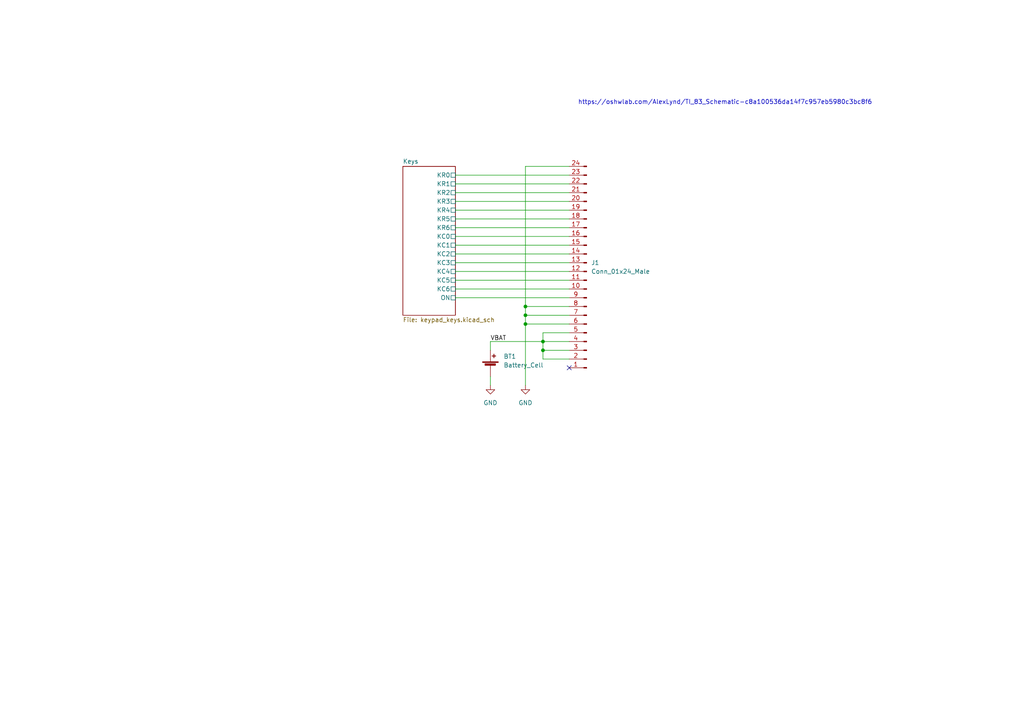
<source format=kicad_sch>
(kicad_sch (version 20211123) (generator eeschema)

  (uuid 81022529-8b4c-47e6-b6ad-d7d59d8e715f)

  (paper "A4")

  (lib_symbols
    (symbol "Connector:Conn_01x24_Male" (pin_names (offset 1.016) hide) (in_bom yes) (on_board yes)
      (property "Reference" "J" (id 0) (at 0 30.48 0)
        (effects (font (size 1.27 1.27)))
      )
      (property "Value" "Conn_01x24_Male" (id 1) (at 0 -33.02 0)
        (effects (font (size 1.27 1.27)))
      )
      (property "Footprint" "" (id 2) (at 0 0 0)
        (effects (font (size 1.27 1.27)) hide)
      )
      (property "Datasheet" "~" (id 3) (at 0 0 0)
        (effects (font (size 1.27 1.27)) hide)
      )
      (property "ki_keywords" "connector" (id 4) (at 0 0 0)
        (effects (font (size 1.27 1.27)) hide)
      )
      (property "ki_description" "Generic connector, single row, 01x24, script generated (kicad-library-utils/schlib/autogen/connector/)" (id 5) (at 0 0 0)
        (effects (font (size 1.27 1.27)) hide)
      )
      (property "ki_fp_filters" "Connector*:*_1x??_*" (id 6) (at 0 0 0)
        (effects (font (size 1.27 1.27)) hide)
      )
      (symbol "Conn_01x24_Male_1_1"
        (polyline
          (pts
            (xy 1.27 -30.48)
            (xy 0.8636 -30.48)
          )
          (stroke (width 0.1524) (type default) (color 0 0 0 0))
          (fill (type none))
        )
        (polyline
          (pts
            (xy 1.27 -27.94)
            (xy 0.8636 -27.94)
          )
          (stroke (width 0.1524) (type default) (color 0 0 0 0))
          (fill (type none))
        )
        (polyline
          (pts
            (xy 1.27 -25.4)
            (xy 0.8636 -25.4)
          )
          (stroke (width 0.1524) (type default) (color 0 0 0 0))
          (fill (type none))
        )
        (polyline
          (pts
            (xy 1.27 -22.86)
            (xy 0.8636 -22.86)
          )
          (stroke (width 0.1524) (type default) (color 0 0 0 0))
          (fill (type none))
        )
        (polyline
          (pts
            (xy 1.27 -20.32)
            (xy 0.8636 -20.32)
          )
          (stroke (width 0.1524) (type default) (color 0 0 0 0))
          (fill (type none))
        )
        (polyline
          (pts
            (xy 1.27 -17.78)
            (xy 0.8636 -17.78)
          )
          (stroke (width 0.1524) (type default) (color 0 0 0 0))
          (fill (type none))
        )
        (polyline
          (pts
            (xy 1.27 -15.24)
            (xy 0.8636 -15.24)
          )
          (stroke (width 0.1524) (type default) (color 0 0 0 0))
          (fill (type none))
        )
        (polyline
          (pts
            (xy 1.27 -12.7)
            (xy 0.8636 -12.7)
          )
          (stroke (width 0.1524) (type default) (color 0 0 0 0))
          (fill (type none))
        )
        (polyline
          (pts
            (xy 1.27 -10.16)
            (xy 0.8636 -10.16)
          )
          (stroke (width 0.1524) (type default) (color 0 0 0 0))
          (fill (type none))
        )
        (polyline
          (pts
            (xy 1.27 -7.62)
            (xy 0.8636 -7.62)
          )
          (stroke (width 0.1524) (type default) (color 0 0 0 0))
          (fill (type none))
        )
        (polyline
          (pts
            (xy 1.27 -5.08)
            (xy 0.8636 -5.08)
          )
          (stroke (width 0.1524) (type default) (color 0 0 0 0))
          (fill (type none))
        )
        (polyline
          (pts
            (xy 1.27 -2.54)
            (xy 0.8636 -2.54)
          )
          (stroke (width 0.1524) (type default) (color 0 0 0 0))
          (fill (type none))
        )
        (polyline
          (pts
            (xy 1.27 0)
            (xy 0.8636 0)
          )
          (stroke (width 0.1524) (type default) (color 0 0 0 0))
          (fill (type none))
        )
        (polyline
          (pts
            (xy 1.27 2.54)
            (xy 0.8636 2.54)
          )
          (stroke (width 0.1524) (type default) (color 0 0 0 0))
          (fill (type none))
        )
        (polyline
          (pts
            (xy 1.27 5.08)
            (xy 0.8636 5.08)
          )
          (stroke (width 0.1524) (type default) (color 0 0 0 0))
          (fill (type none))
        )
        (polyline
          (pts
            (xy 1.27 7.62)
            (xy 0.8636 7.62)
          )
          (stroke (width 0.1524) (type default) (color 0 0 0 0))
          (fill (type none))
        )
        (polyline
          (pts
            (xy 1.27 10.16)
            (xy 0.8636 10.16)
          )
          (stroke (width 0.1524) (type default) (color 0 0 0 0))
          (fill (type none))
        )
        (polyline
          (pts
            (xy 1.27 12.7)
            (xy 0.8636 12.7)
          )
          (stroke (width 0.1524) (type default) (color 0 0 0 0))
          (fill (type none))
        )
        (polyline
          (pts
            (xy 1.27 15.24)
            (xy 0.8636 15.24)
          )
          (stroke (width 0.1524) (type default) (color 0 0 0 0))
          (fill (type none))
        )
        (polyline
          (pts
            (xy 1.27 17.78)
            (xy 0.8636 17.78)
          )
          (stroke (width 0.1524) (type default) (color 0 0 0 0))
          (fill (type none))
        )
        (polyline
          (pts
            (xy 1.27 20.32)
            (xy 0.8636 20.32)
          )
          (stroke (width 0.1524) (type default) (color 0 0 0 0))
          (fill (type none))
        )
        (polyline
          (pts
            (xy 1.27 22.86)
            (xy 0.8636 22.86)
          )
          (stroke (width 0.1524) (type default) (color 0 0 0 0))
          (fill (type none))
        )
        (polyline
          (pts
            (xy 1.27 25.4)
            (xy 0.8636 25.4)
          )
          (stroke (width 0.1524) (type default) (color 0 0 0 0))
          (fill (type none))
        )
        (polyline
          (pts
            (xy 1.27 27.94)
            (xy 0.8636 27.94)
          )
          (stroke (width 0.1524) (type default) (color 0 0 0 0))
          (fill (type none))
        )
        (rectangle (start 0.8636 -30.353) (end 0 -30.607)
          (stroke (width 0.1524) (type default) (color 0 0 0 0))
          (fill (type outline))
        )
        (rectangle (start 0.8636 -27.813) (end 0 -28.067)
          (stroke (width 0.1524) (type default) (color 0 0 0 0))
          (fill (type outline))
        )
        (rectangle (start 0.8636 -25.273) (end 0 -25.527)
          (stroke (width 0.1524) (type default) (color 0 0 0 0))
          (fill (type outline))
        )
        (rectangle (start 0.8636 -22.733) (end 0 -22.987)
          (stroke (width 0.1524) (type default) (color 0 0 0 0))
          (fill (type outline))
        )
        (rectangle (start 0.8636 -20.193) (end 0 -20.447)
          (stroke (width 0.1524) (type default) (color 0 0 0 0))
          (fill (type outline))
        )
        (rectangle (start 0.8636 -17.653) (end 0 -17.907)
          (stroke (width 0.1524) (type default) (color 0 0 0 0))
          (fill (type outline))
        )
        (rectangle (start 0.8636 -15.113) (end 0 -15.367)
          (stroke (width 0.1524) (type default) (color 0 0 0 0))
          (fill (type outline))
        )
        (rectangle (start 0.8636 -12.573) (end 0 -12.827)
          (stroke (width 0.1524) (type default) (color 0 0 0 0))
          (fill (type outline))
        )
        (rectangle (start 0.8636 -10.033) (end 0 -10.287)
          (stroke (width 0.1524) (type default) (color 0 0 0 0))
          (fill (type outline))
        )
        (rectangle (start 0.8636 -7.493) (end 0 -7.747)
          (stroke (width 0.1524) (type default) (color 0 0 0 0))
          (fill (type outline))
        )
        (rectangle (start 0.8636 -4.953) (end 0 -5.207)
          (stroke (width 0.1524) (type default) (color 0 0 0 0))
          (fill (type outline))
        )
        (rectangle (start 0.8636 -2.413) (end 0 -2.667)
          (stroke (width 0.1524) (type default) (color 0 0 0 0))
          (fill (type outline))
        )
        (rectangle (start 0.8636 0.127) (end 0 -0.127)
          (stroke (width 0.1524) (type default) (color 0 0 0 0))
          (fill (type outline))
        )
        (rectangle (start 0.8636 2.667) (end 0 2.413)
          (stroke (width 0.1524) (type default) (color 0 0 0 0))
          (fill (type outline))
        )
        (rectangle (start 0.8636 5.207) (end 0 4.953)
          (stroke (width 0.1524) (type default) (color 0 0 0 0))
          (fill (type outline))
        )
        (rectangle (start 0.8636 7.747) (end 0 7.493)
          (stroke (width 0.1524) (type default) (color 0 0 0 0))
          (fill (type outline))
        )
        (rectangle (start 0.8636 10.287) (end 0 10.033)
          (stroke (width 0.1524) (type default) (color 0 0 0 0))
          (fill (type outline))
        )
        (rectangle (start 0.8636 12.827) (end 0 12.573)
          (stroke (width 0.1524) (type default) (color 0 0 0 0))
          (fill (type outline))
        )
        (rectangle (start 0.8636 15.367) (end 0 15.113)
          (stroke (width 0.1524) (type default) (color 0 0 0 0))
          (fill (type outline))
        )
        (rectangle (start 0.8636 17.907) (end 0 17.653)
          (stroke (width 0.1524) (type default) (color 0 0 0 0))
          (fill (type outline))
        )
        (rectangle (start 0.8636 20.447) (end 0 20.193)
          (stroke (width 0.1524) (type default) (color 0 0 0 0))
          (fill (type outline))
        )
        (rectangle (start 0.8636 22.987) (end 0 22.733)
          (stroke (width 0.1524) (type default) (color 0 0 0 0))
          (fill (type outline))
        )
        (rectangle (start 0.8636 25.527) (end 0 25.273)
          (stroke (width 0.1524) (type default) (color 0 0 0 0))
          (fill (type outline))
        )
        (rectangle (start 0.8636 28.067) (end 0 27.813)
          (stroke (width 0.1524) (type default) (color 0 0 0 0))
          (fill (type outline))
        )
        (pin passive line (at 5.08 27.94 180) (length 3.81)
          (name "Pin_1" (effects (font (size 1.27 1.27))))
          (number "1" (effects (font (size 1.27 1.27))))
        )
        (pin passive line (at 5.08 5.08 180) (length 3.81)
          (name "Pin_10" (effects (font (size 1.27 1.27))))
          (number "10" (effects (font (size 1.27 1.27))))
        )
        (pin passive line (at 5.08 2.54 180) (length 3.81)
          (name "Pin_11" (effects (font (size 1.27 1.27))))
          (number "11" (effects (font (size 1.27 1.27))))
        )
        (pin passive line (at 5.08 0 180) (length 3.81)
          (name "Pin_12" (effects (font (size 1.27 1.27))))
          (number "12" (effects (font (size 1.27 1.27))))
        )
        (pin passive line (at 5.08 -2.54 180) (length 3.81)
          (name "Pin_13" (effects (font (size 1.27 1.27))))
          (number "13" (effects (font (size 1.27 1.27))))
        )
        (pin passive line (at 5.08 -5.08 180) (length 3.81)
          (name "Pin_14" (effects (font (size 1.27 1.27))))
          (number "14" (effects (font (size 1.27 1.27))))
        )
        (pin passive line (at 5.08 -7.62 180) (length 3.81)
          (name "Pin_15" (effects (font (size 1.27 1.27))))
          (number "15" (effects (font (size 1.27 1.27))))
        )
        (pin passive line (at 5.08 -10.16 180) (length 3.81)
          (name "Pin_16" (effects (font (size 1.27 1.27))))
          (number "16" (effects (font (size 1.27 1.27))))
        )
        (pin passive line (at 5.08 -12.7 180) (length 3.81)
          (name "Pin_17" (effects (font (size 1.27 1.27))))
          (number "17" (effects (font (size 1.27 1.27))))
        )
        (pin passive line (at 5.08 -15.24 180) (length 3.81)
          (name "Pin_18" (effects (font (size 1.27 1.27))))
          (number "18" (effects (font (size 1.27 1.27))))
        )
        (pin passive line (at 5.08 -17.78 180) (length 3.81)
          (name "Pin_19" (effects (font (size 1.27 1.27))))
          (number "19" (effects (font (size 1.27 1.27))))
        )
        (pin passive line (at 5.08 25.4 180) (length 3.81)
          (name "Pin_2" (effects (font (size 1.27 1.27))))
          (number "2" (effects (font (size 1.27 1.27))))
        )
        (pin passive line (at 5.08 -20.32 180) (length 3.81)
          (name "Pin_20" (effects (font (size 1.27 1.27))))
          (number "20" (effects (font (size 1.27 1.27))))
        )
        (pin passive line (at 5.08 -22.86 180) (length 3.81)
          (name "Pin_21" (effects (font (size 1.27 1.27))))
          (number "21" (effects (font (size 1.27 1.27))))
        )
        (pin passive line (at 5.08 -25.4 180) (length 3.81)
          (name "Pin_22" (effects (font (size 1.27 1.27))))
          (number "22" (effects (font (size 1.27 1.27))))
        )
        (pin passive line (at 5.08 -27.94 180) (length 3.81)
          (name "Pin_23" (effects (font (size 1.27 1.27))))
          (number "23" (effects (font (size 1.27 1.27))))
        )
        (pin passive line (at 5.08 -30.48 180) (length 3.81)
          (name "Pin_24" (effects (font (size 1.27 1.27))))
          (number "24" (effects (font (size 1.27 1.27))))
        )
        (pin passive line (at 5.08 22.86 180) (length 3.81)
          (name "Pin_3" (effects (font (size 1.27 1.27))))
          (number "3" (effects (font (size 1.27 1.27))))
        )
        (pin passive line (at 5.08 20.32 180) (length 3.81)
          (name "Pin_4" (effects (font (size 1.27 1.27))))
          (number "4" (effects (font (size 1.27 1.27))))
        )
        (pin passive line (at 5.08 17.78 180) (length 3.81)
          (name "Pin_5" (effects (font (size 1.27 1.27))))
          (number "5" (effects (font (size 1.27 1.27))))
        )
        (pin passive line (at 5.08 15.24 180) (length 3.81)
          (name "Pin_6" (effects (font (size 1.27 1.27))))
          (number "6" (effects (font (size 1.27 1.27))))
        )
        (pin passive line (at 5.08 12.7 180) (length 3.81)
          (name "Pin_7" (effects (font (size 1.27 1.27))))
          (number "7" (effects (font (size 1.27 1.27))))
        )
        (pin passive line (at 5.08 10.16 180) (length 3.81)
          (name "Pin_8" (effects (font (size 1.27 1.27))))
          (number "8" (effects (font (size 1.27 1.27))))
        )
        (pin passive line (at 5.08 7.62 180) (length 3.81)
          (name "Pin_9" (effects (font (size 1.27 1.27))))
          (number "9" (effects (font (size 1.27 1.27))))
        )
      )
    )
    (symbol "Device:Battery_Cell" (pin_numbers hide) (pin_names (offset 0) hide) (in_bom yes) (on_board yes)
      (property "Reference" "BT" (id 0) (at 2.54 2.54 0)
        (effects (font (size 1.27 1.27)) (justify left))
      )
      (property "Value" "Battery_Cell" (id 1) (at 2.54 0 0)
        (effects (font (size 1.27 1.27)) (justify left))
      )
      (property "Footprint" "" (id 2) (at 0 1.524 90)
        (effects (font (size 1.27 1.27)) hide)
      )
      (property "Datasheet" "~" (id 3) (at 0 1.524 90)
        (effects (font (size 1.27 1.27)) hide)
      )
      (property "ki_keywords" "battery cell" (id 4) (at 0 0 0)
        (effects (font (size 1.27 1.27)) hide)
      )
      (property "ki_description" "Single-cell battery" (id 5) (at 0 0 0)
        (effects (font (size 1.27 1.27)) hide)
      )
      (symbol "Battery_Cell_0_1"
        (rectangle (start -2.286 1.778) (end 2.286 1.524)
          (stroke (width 0) (type default) (color 0 0 0 0))
          (fill (type outline))
        )
        (rectangle (start -1.5748 1.1938) (end 1.4732 0.6858)
          (stroke (width 0) (type default) (color 0 0 0 0))
          (fill (type outline))
        )
        (polyline
          (pts
            (xy 0 0.762)
            (xy 0 0)
          )
          (stroke (width 0) (type default) (color 0 0 0 0))
          (fill (type none))
        )
        (polyline
          (pts
            (xy 0 1.778)
            (xy 0 2.54)
          )
          (stroke (width 0) (type default) (color 0 0 0 0))
          (fill (type none))
        )
        (polyline
          (pts
            (xy 0.508 3.429)
            (xy 1.524 3.429)
          )
          (stroke (width 0.254) (type default) (color 0 0 0 0))
          (fill (type none))
        )
        (polyline
          (pts
            (xy 1.016 3.937)
            (xy 1.016 2.921)
          )
          (stroke (width 0.254) (type default) (color 0 0 0 0))
          (fill (type none))
        )
      )
      (symbol "Battery_Cell_1_1"
        (pin passive line (at 0 5.08 270) (length 2.54)
          (name "+" (effects (font (size 1.27 1.27))))
          (number "1" (effects (font (size 1.27 1.27))))
        )
        (pin passive line (at 0 -2.54 90) (length 2.54)
          (name "-" (effects (font (size 1.27 1.27))))
          (number "2" (effects (font (size 1.27 1.27))))
        )
      )
    )
    (symbol "power:GND" (power) (pin_names (offset 0)) (in_bom yes) (on_board yes)
      (property "Reference" "#PWR" (id 0) (at 0 -6.35 0)
        (effects (font (size 1.27 1.27)) hide)
      )
      (property "Value" "GND" (id 1) (at 0 -3.81 0)
        (effects (font (size 1.27 1.27)))
      )
      (property "Footprint" "" (id 2) (at 0 0 0)
        (effects (font (size 1.27 1.27)) hide)
      )
      (property "Datasheet" "" (id 3) (at 0 0 0)
        (effects (font (size 1.27 1.27)) hide)
      )
      (property "ki_keywords" "power-flag" (id 4) (at 0 0 0)
        (effects (font (size 1.27 1.27)) hide)
      )
      (property "ki_description" "Power symbol creates a global label with name \"GND\" , ground" (id 5) (at 0 0 0)
        (effects (font (size 1.27 1.27)) hide)
      )
      (symbol "GND_0_1"
        (polyline
          (pts
            (xy 0 0)
            (xy 0 -1.27)
            (xy 1.27 -1.27)
            (xy 0 -2.54)
            (xy -1.27 -1.27)
            (xy 0 -1.27)
          )
          (stroke (width 0) (type default) (color 0 0 0 0))
          (fill (type none))
        )
      )
      (symbol "GND_1_1"
        (pin power_in line (at 0 0 270) (length 0) hide
          (name "GND" (effects (font (size 1.27 1.27))))
          (number "1" (effects (font (size 1.27 1.27))))
        )
      )
    )
  )

  (junction (at 157.48 101.6) (diameter 0) (color 0 0 0 0)
    (uuid 1a8d876d-0146-498e-a31b-e87d4c0a84b8)
  )
  (junction (at 152.4 88.9) (diameter 0) (color 0 0 0 0)
    (uuid a74644f3-7b7c-4e16-8f88-0c7d1838412a)
  )
  (junction (at 157.48 99.06) (diameter 0) (color 0 0 0 0)
    (uuid b147d48a-ccc0-40a8-adc7-9e844d7a68d8)
  )
  (junction (at 152.4 91.44) (diameter 0) (color 0 0 0 0)
    (uuid ba278046-a30f-47e9-ba45-0ebe6b37e59a)
  )
  (junction (at 152.4 93.98) (diameter 0) (color 0 0 0 0)
    (uuid d611e5f2-91e8-4b7c-8727-3324b7a8c150)
  )

  (no_connect (at 165.1 106.68) (uuid 5e2d4cc4-d9af-4bb2-8bf9-dc03dfc4b3ed))

  (wire (pts (xy 132.08 60.96) (xy 165.1 60.96))
    (stroke (width 0) (type default) (color 0 0 0 0))
    (uuid 050b0d0a-ac82-4b68-90fa-d913fe91fa1a)
  )
  (wire (pts (xy 132.08 50.8) (xy 165.1 50.8))
    (stroke (width 0) (type default) (color 0 0 0 0))
    (uuid 092ce58b-0311-4bf9-b778-f0625966378a)
  )
  (wire (pts (xy 152.4 48.26) (xy 152.4 88.9))
    (stroke (width 0) (type default) (color 0 0 0 0))
    (uuid 13d67589-913e-40bb-82c9-a9fc5a7269ee)
  )
  (wire (pts (xy 142.24 99.06) (xy 157.48 99.06))
    (stroke (width 0) (type default) (color 0 0 0 0))
    (uuid 17b493e6-f2f8-46ec-ac33-6f51ced43f78)
  )
  (wire (pts (xy 142.24 109.22) (xy 142.24 111.76))
    (stroke (width 0) (type default) (color 0 0 0 0))
    (uuid 1bcf9f75-519f-47a0-b836-921930b54331)
  )
  (wire (pts (xy 132.08 71.12) (xy 165.1 71.12))
    (stroke (width 0) (type default) (color 0 0 0 0))
    (uuid 1d52c654-0076-4e74-9ec9-5d69869abf6c)
  )
  (wire (pts (xy 157.48 99.06) (xy 165.1 99.06))
    (stroke (width 0) (type default) (color 0 0 0 0))
    (uuid 2cb3c80a-dc08-49ca-baeb-ce3bcb0f4823)
  )
  (wire (pts (xy 132.08 86.36) (xy 165.1 86.36))
    (stroke (width 0) (type default) (color 0 0 0 0))
    (uuid 33c7706a-e77e-419d-9bdc-a73d34231cd9)
  )
  (wire (pts (xy 157.48 96.52) (xy 157.48 99.06))
    (stroke (width 0) (type default) (color 0 0 0 0))
    (uuid 348d53b0-31c0-4384-ac4e-17f22fe7f4f5)
  )
  (wire (pts (xy 157.48 99.06) (xy 157.48 101.6))
    (stroke (width 0) (type default) (color 0 0 0 0))
    (uuid 37655071-2350-4804-8759-cae0cb034e64)
  )
  (wire (pts (xy 152.4 88.9) (xy 165.1 88.9))
    (stroke (width 0) (type default) (color 0 0 0 0))
    (uuid 3b4f7783-a286-457c-afc4-d8c033630869)
  )
  (wire (pts (xy 152.4 91.44) (xy 165.1 91.44))
    (stroke (width 0) (type default) (color 0 0 0 0))
    (uuid 46406d60-e602-4c03-b20e-37ae7a310de5)
  )
  (wire (pts (xy 165.1 96.52) (xy 157.48 96.52))
    (stroke (width 0) (type default) (color 0 0 0 0))
    (uuid 46514612-149d-4e00-ad51-7403c44aecdb)
  )
  (wire (pts (xy 157.48 101.6) (xy 157.48 104.14))
    (stroke (width 0) (type default) (color 0 0 0 0))
    (uuid 51ceab85-dfbc-4aa1-b82f-11a082446b79)
  )
  (wire (pts (xy 132.08 81.28) (xy 165.1 81.28))
    (stroke (width 0) (type default) (color 0 0 0 0))
    (uuid 67c15876-0caa-460d-8373-6973f2244aab)
  )
  (wire (pts (xy 132.08 83.82) (xy 165.1 83.82))
    (stroke (width 0) (type default) (color 0 0 0 0))
    (uuid 685dc0c7-cc17-468a-b48f-d04cbc34e2f7)
  )
  (wire (pts (xy 132.08 73.66) (xy 165.1 73.66))
    (stroke (width 0) (type default) (color 0 0 0 0))
    (uuid 7373a4a9-09ab-4078-99dc-ee113da245f4)
  )
  (wire (pts (xy 152.4 93.98) (xy 152.4 111.76))
    (stroke (width 0) (type default) (color 0 0 0 0))
    (uuid 7dc2644c-248c-481e-9e0f-5ad0997ad9fb)
  )
  (wire (pts (xy 132.08 78.74) (xy 165.1 78.74))
    (stroke (width 0) (type default) (color 0 0 0 0))
    (uuid 8967d3d3-7dd0-48f4-be9f-73eb5e2cb83e)
  )
  (wire (pts (xy 132.08 68.58) (xy 165.1 68.58))
    (stroke (width 0) (type default) (color 0 0 0 0))
    (uuid 8d11c0fd-6533-4603-8eb2-d256f9b2497b)
  )
  (wire (pts (xy 157.48 101.6) (xy 165.1 101.6))
    (stroke (width 0) (type default) (color 0 0 0 0))
    (uuid 9a215d31-9cf0-4fbb-9276-34c0bd42c9b5)
  )
  (wire (pts (xy 132.08 53.34) (xy 165.1 53.34))
    (stroke (width 0) (type default) (color 0 0 0 0))
    (uuid aa348594-067d-4f93-a541-9b77ec2b6058)
  )
  (wire (pts (xy 157.48 104.14) (xy 165.1 104.14))
    (stroke (width 0) (type default) (color 0 0 0 0))
    (uuid b04767ec-1f18-4bd9-804a-09dfbee9950e)
  )
  (wire (pts (xy 132.08 66.04) (xy 165.1 66.04))
    (stroke (width 0) (type default) (color 0 0 0 0))
    (uuid bfa52011-78ac-41d7-a72e-4949fda83238)
  )
  (wire (pts (xy 132.08 58.42) (xy 165.1 58.42))
    (stroke (width 0) (type default) (color 0 0 0 0))
    (uuid c5c4b5a2-0bda-49bb-bdc8-40f82b415e2e)
  )
  (wire (pts (xy 132.08 63.5) (xy 165.1 63.5))
    (stroke (width 0) (type default) (color 0 0 0 0))
    (uuid c676dccc-0892-4b56-b36a-cda24a387186)
  )
  (wire (pts (xy 152.4 93.98) (xy 165.1 93.98))
    (stroke (width 0) (type default) (color 0 0 0 0))
    (uuid c7b10075-b5e6-4ab1-9af6-ef93fdc2e589)
  )
  (wire (pts (xy 132.08 76.2) (xy 165.1 76.2))
    (stroke (width 0) (type default) (color 0 0 0 0))
    (uuid ca612176-5106-4904-84b0-403ae99608f0)
  )
  (wire (pts (xy 132.08 55.88) (xy 165.1 55.88))
    (stroke (width 0) (type default) (color 0 0 0 0))
    (uuid dd5b3655-7e02-4299-875d-bb72bf029463)
  )
  (wire (pts (xy 142.24 101.6) (xy 142.24 99.06))
    (stroke (width 0) (type default) (color 0 0 0 0))
    (uuid e6dd1b5d-5c9f-432c-881d-85314980b666)
  )
  (wire (pts (xy 152.4 91.44) (xy 152.4 93.98))
    (stroke (width 0) (type default) (color 0 0 0 0))
    (uuid e6e0e2fb-abb0-454f-bc00-29f75efe74e7)
  )
  (wire (pts (xy 152.4 48.26) (xy 165.1 48.26))
    (stroke (width 0) (type default) (color 0 0 0 0))
    (uuid f4633b78-4b86-4e0d-88a0-8a18413e2cbf)
  )
  (wire (pts (xy 152.4 88.9) (xy 152.4 91.44))
    (stroke (width 0) (type default) (color 0 0 0 0))
    (uuid f6e40058-cd2a-4b05-97d6-6c98e33995eb)
  )

  (text "https://oshwlab.com/AlexLynd/TI_83_Schematic-c8a100536da14f7c957eb5980c3bc8f6"
    (at 167.64 30.48 0)
    (effects (font (size 1.27 1.27)) (justify left bottom))
    (uuid b87fbb7b-35cf-4277-aaa9-135903568c8c)
  )

  (label "VBAT" (at 142.24 99.06 0)
    (effects (font (size 1.27 1.27)) (justify left bottom))
    (uuid 1b1e9fff-014e-4dd4-b5f0-1427d663a754)
  )

  (symbol (lib_id "power:GND") (at 152.4 111.76 0) (unit 1)
    (in_bom yes) (on_board yes) (fields_autoplaced)
    (uuid 72454228-97e7-4c09-8158-e51c08b19a01)
    (property "Reference" "#PWR0103" (id 0) (at 152.4 118.11 0)
      (effects (font (size 1.27 1.27)) hide)
    )
    (property "Value" "GND" (id 1) (at 152.4 116.84 0))
    (property "Footprint" "" (id 2) (at 152.4 111.76 0)
      (effects (font (size 1.27 1.27)) hide)
    )
    (property "Datasheet" "" (id 3) (at 152.4 111.76 0)
      (effects (font (size 1.27 1.27)) hide)
    )
    (pin "1" (uuid 1a510615-b6a0-4548-8a69-225a804f7eab))
  )

  (symbol (lib_id "power:GND") (at 142.24 111.76 0) (unit 1)
    (in_bom yes) (on_board yes) (fields_autoplaced)
    (uuid 7ccf6cf0-20ff-4f1d-9b46-b11dea0c0a10)
    (property "Reference" "#PWR0102" (id 0) (at 142.24 118.11 0)
      (effects (font (size 1.27 1.27)) hide)
    )
    (property "Value" "GND" (id 1) (at 142.24 116.84 0))
    (property "Footprint" "" (id 2) (at 142.24 111.76 0)
      (effects (font (size 1.27 1.27)) hide)
    )
    (property "Datasheet" "" (id 3) (at 142.24 111.76 0)
      (effects (font (size 1.27 1.27)) hide)
    )
    (pin "1" (uuid cad54d7a-1e03-4a3d-bdd6-cadfbd9bc5c2))
  )

  (symbol (lib_id "Device:Battery_Cell") (at 142.24 106.68 0) (unit 1)
    (in_bom yes) (on_board yes) (fields_autoplaced)
    (uuid a219366c-a497-49cc-9376-f394420f2275)
    (property "Reference" "BT1" (id 0) (at 146.05 103.3779 0)
      (effects (font (size 1.27 1.27)) (justify left))
    )
    (property "Value" "Battery_Cell" (id 1) (at 146.05 105.9179 0)
      (effects (font (size 1.27 1.27)) (justify left))
    )
    (property "Footprint" "Connector_JST:JST_PH_S2B-PH-SM4-TB_1x02-1MP_P2.00mm_Horizontal" (id 2) (at 142.24 105.156 90)
      (effects (font (size 1.27 1.27)) hide)
    )
    (property "Datasheet" "~" (id 3) (at 142.24 105.156 90)
      (effects (font (size 1.27 1.27)) hide)
    )
    (pin "1" (uuid 6b819dba-9653-40bf-bedf-0954ee8d8072))
    (pin "2" (uuid ddcf0a68-8d38-47c9-9216-dbb59ddc65dc))
  )

  (symbol (lib_id "Connector:Conn_01x24_Male") (at 170.18 78.74 180) (unit 1)
    (in_bom yes) (on_board yes) (fields_autoplaced)
    (uuid dc887530-2422-41c9-9811-58d67b20f683)
    (property "Reference" "J1" (id 0) (at 171.45 76.1999 0)
      (effects (font (size 1.27 1.27)) (justify right))
    )
    (property "Value" "Conn_01x24_Male" (id 1) (at 171.45 78.7399 0)
      (effects (font (size 1.27 1.27)) (justify right))
    )
    (property "Footprint" "Connector_FFC-FPC:TE_2-1734839-4_1x24-1MP_P0.5mm_Horizontal" (id 2) (at 170.18 78.74 0)
      (effects (font (size 1.27 1.27)) hide)
    )
    (property "Datasheet" "~" (id 3) (at 170.18 78.74 0)
      (effects (font (size 1.27 1.27)) hide)
    )
    (pin "1" (uuid 771209fc-c3ae-40a1-ac6e-2fe79a210395))
    (pin "10" (uuid 47da5f20-71a1-46a7-9dc4-5f074d00b007))
    (pin "11" (uuid fcf560b4-8fe3-4e48-8233-2cb02265155f))
    (pin "12" (uuid 5febf05c-02e6-4b74-9b6c-5648cd2628b5))
    (pin "13" (uuid 121816d1-3fb5-4235-bd04-26647e28a658))
    (pin "14" (uuid 3ab8a3e0-afcf-4fb5-b3b8-ec19f47cbf41))
    (pin "15" (uuid f74eaac9-489a-4190-89e2-3bf6e1ddd645))
    (pin "16" (uuid e7a97d87-9706-4b35-90c4-b804e64da2f8))
    (pin "17" (uuid 51931ff9-3e6a-4f98-b8f9-43d6ac411693))
    (pin "18" (uuid 26f8e2c2-c788-41b1-9ec2-2fd5bbdfbcb6))
    (pin "19" (uuid f6aec686-ac96-4d8a-893c-4a47dbc559bc))
    (pin "2" (uuid f884237b-e397-42a4-8ed0-777be34471d2))
    (pin "20" (uuid 61871e27-89fb-424d-9d4d-ad608c819ade))
    (pin "21" (uuid 178c5ef9-f2d7-4b26-863e-95d6dcecbd4b))
    (pin "22" (uuid beb04cb9-6ae4-46c1-bbab-53c718f2def5))
    (pin "23" (uuid 3ecb4891-b97f-4fec-a666-3e37b103ad0c))
    (pin "24" (uuid d78b8179-1b91-4a12-b368-4ba17422f17e))
    (pin "3" (uuid 28728a99-ce3d-4bae-bad3-aeeb8e86d2a3))
    (pin "4" (uuid 97cbbe6f-75ae-474e-813d-3ef3950be169))
    (pin "5" (uuid de4fe047-3668-47dc-9d72-f2b69e49c10f))
    (pin "6" (uuid c42c4292-3dc6-4ff9-8ad1-8a285b5a91de))
    (pin "7" (uuid 01d619ca-47e4-419b-bb83-268458ad4a47))
    (pin "8" (uuid 68c0559e-16c2-4dba-ab8b-5335fee8daac))
    (pin "9" (uuid c40a3ea4-4545-4c90-9cae-1fab5ac9a304))
  )

  (sheet (at 116.84 48.26) (size 15.24 43.18) (fields_autoplaced)
    (stroke (width 0.1524) (type solid) (color 0 0 0 0))
    (fill (color 0 0 0 0.0000))
    (uuid 80e98c8d-e501-48c5-95d9-595a1be22de9)
    (property "Sheet name" "Keys" (id 0) (at 116.84 47.5484 0)
      (effects (font (size 1.27 1.27)) (justify left bottom))
    )
    (property "Sheet file" "keypad_keys.kicad_sch" (id 1) (at 116.84 92.0246 0)
      (effects (font (size 1.27 1.27)) (justify left top))
    )
    (pin "KC5" passive (at 132.08 81.28 0)
      (effects (font (size 1.27 1.27)) (justify right))
      (uuid d5fc93a9-ab36-41c4-88c3-c91a76c21ac3)
    )
    (pin "KC4" passive (at 132.08 78.74 0)
      (effects (font (size 1.27 1.27)) (justify right))
      (uuid 45f8c609-45e6-4b50-b6af-d88e5ebaec6a)
    )
    (pin "KC1" passive (at 132.08 71.12 0)
      (effects (font (size 1.27 1.27)) (justify right))
      (uuid fee7458f-5b14-4a24-8439-96bd6bda3278)
    )
    (pin "ON" passive (at 132.08 86.36 0)
      (effects (font (size 1.27 1.27)) (justify right))
      (uuid 0c9bd188-f8e1-47f4-a958-828cee870d27)
    )
    (pin "KC3" passive (at 132.08 76.2 0)
      (effects (font (size 1.27 1.27)) (justify right))
      (uuid c532e014-8b85-4091-b720-2be7e0403e84)
    )
    (pin "KC2" passive (at 132.08 73.66 0)
      (effects (font (size 1.27 1.27)) (justify right))
      (uuid baf8d929-b5d6-4159-8741-f297a69f1ac7)
    )
    (pin "KC0" passive (at 132.08 68.58 0)
      (effects (font (size 1.27 1.27)) (justify right))
      (uuid 6a6cc2ee-b162-4910-9595-4137cb3c02a2)
    )
    (pin "KR5" passive (at 132.08 63.5 0)
      (effects (font (size 1.27 1.27)) (justify right))
      (uuid 9b493808-7cb2-41ef-b631-be456e66c70d)
    )
    (pin "KR6" passive (at 132.08 66.04 0)
      (effects (font (size 1.27 1.27)) (justify right))
      (uuid c7c5321a-2204-4ef0-a740-e25687db4b87)
    )
    (pin "KC6" passive (at 132.08 83.82 0)
      (effects (font (size 1.27 1.27)) (justify right))
      (uuid fec24cdf-ac76-450f-8295-82e1235e8a86)
    )
    (pin "KR4" passive (at 132.08 60.96 0)
      (effects (font (size 1.27 1.27)) (justify right))
      (uuid 1d1295c7-501a-4396-85e1-06a2ee70d93f)
    )
    (pin "KR2" passive (at 132.08 55.88 0)
      (effects (font (size 1.27 1.27)) (justify right))
      (uuid 3cef4e08-235d-47ea-8f36-d4af41f9004b)
    )
    (pin "KR3" passive (at 132.08 58.42 0)
      (effects (font (size 1.27 1.27)) (justify right))
      (uuid 7a6e3954-102b-4958-8773-b3ed76d620b7)
    )
    (pin "KR0" passive (at 132.08 50.8 0)
      (effects (font (size 1.27 1.27)) (justify right))
      (uuid 5b483448-8e9a-453d-9eab-83bfa2385d0e)
    )
    (pin "KR1" passive (at 132.08 53.34 0)
      (effects (font (size 1.27 1.27)) (justify right))
      (uuid 7d5c9093-3dcd-4b45-bc0f-6b149cf52e4e)
    )
  )

  (sheet_instances
    (path "/" (page "1"))
    (path "/80e98c8d-e501-48c5-95d9-595a1be22de9" (page "2"))
  )

  (symbol_instances
    (path "/80e98c8d-e501-48c5-95d9-595a1be22de9/b3ac44f0-1b79-455d-be84-169ccf74f32a"
      (reference "#PWR0101") (unit 1) (value "GND") (footprint "")
    )
    (path "/7ccf6cf0-20ff-4f1d-9b46-b11dea0c0a10"
      (reference "#PWR0102") (unit 1) (value "GND") (footprint "")
    )
    (path "/72454228-97e7-4c09-8158-e51c08b19a01"
      (reference "#PWR0103") (unit 1) (value "GND") (footprint "")
    )
    (path "/a219366c-a497-49cc-9376-f394420f2275"
      (reference "BT1") (unit 1) (value "Battery_Cell") (footprint "Connector_JST:JST_PH_S2B-PH-SM4-TB_1x02-1MP_P2.00mm_Horizontal")
    )
    (path "/dc887530-2422-41c9-9811-58d67b20f683"
      (reference "J1") (unit 1) (value "Conn_01x24_Male") (footprint "Connector_FFC-FPC:TE_2-1734839-4_1x24-1MP_P0.5mm_Horizontal")
    )
    (path "/80e98c8d-e501-48c5-95d9-595a1be22de9/5cc03a12-11c9-4057-81a9-ef199075e132"
      (reference "SW1") (unit 1) (value "Y=") (footprint "keypad:key2")
    )
    (path "/80e98c8d-e501-48c5-95d9-595a1be22de9/ba0b65cb-bd10-4933-99aa-4095c25c36fe"
      (reference "SW2") (unit 1) (value "2ND") (footprint "keypad:key2")
    )
    (path "/80e98c8d-e501-48c5-95d9-595a1be22de9/0442cc12-5b8b-49b1-a488-6b2f6e5ac816"
      (reference "SW3") (unit 1) (value "ALPHA") (footprint "keypad:key2")
    )
    (path "/80e98c8d-e501-48c5-95d9-595a1be22de9/82950675-fe6e-471d-8d7d-f16072e7f8d4"
      (reference "SW4") (unit 1) (value "MATH") (footprint "keypad:key2")
    )
    (path "/80e98c8d-e501-48c5-95d9-595a1be22de9/c08363c0-0148-48ee-ada8-36adc37cc4d5"
      (reference "SW5") (unit 1) (value "X-1") (footprint "keypad:key2")
    )
    (path "/80e98c8d-e501-48c5-95d9-595a1be22de9/e3ea8fae-19d2-4f77-a97d-a2a46e5fff0a"
      (reference "SW6") (unit 1) (value "X2") (footprint "keypad:key2")
    )
    (path "/80e98c8d-e501-48c5-95d9-595a1be22de9/535839b2-48ab-4266-a719-089599b84ebc"
      (reference "SW7") (unit 1) (value "LOG") (footprint "keypad:key2")
    )
    (path "/80e98c8d-e501-48c5-95d9-595a1be22de9/d48b5746-fba5-4842-9492-363664fe7f43"
      (reference "SW8") (unit 1) (value "LN") (footprint "keypad:key2")
    )
    (path "/80e98c8d-e501-48c5-95d9-595a1be22de9/c81bcd66-f49a-4f94-9cac-b09365315b00"
      (reference "SW9") (unit 1) (value "STO") (footprint "keypad:key2")
    )
    (path "/80e98c8d-e501-48c5-95d9-595a1be22de9/cfea617d-1e6f-4ea2-a485-eb22688dafe3"
      (reference "SW10") (unit 1) (value "ON") (footprint "keypad:key3")
    )
    (path "/80e98c8d-e501-48c5-95d9-595a1be22de9/d9403911-18cf-4d54-8d0f-507ec1e20f4e"
      (reference "SW11") (unit 1) (value "WINDOW") (footprint "keypad:key2")
    )
    (path "/80e98c8d-e501-48c5-95d9-595a1be22de9/fb3343e2-b674-4f9d-a239-186418f6a45f"
      (reference "SW12") (unit 1) (value "MODE") (footprint "keypad:key2")
    )
    (path "/80e98c8d-e501-48c5-95d9-595a1be22de9/fe665c69-39c7-48d7-bfee-2ea4efbae430"
      (reference "SW13") (unit 1) (value "XTTN") (footprint "keypad:key2")
    )
    (path "/80e98c8d-e501-48c5-95d9-595a1be22de9/e0e3bd80-705f-4e7c-a6c2-1a4b13cff83e"
      (reference "SW14") (unit 1) (value "APPS") (footprint "keypad:key2")
    )
    (path "/80e98c8d-e501-48c5-95d9-595a1be22de9/c70edfa1-de37-49f5-9118-eb4a745fb47c"
      (reference "SW15") (unit 1) (value "SIN") (footprint "keypad:key2")
    )
    (path "/80e98c8d-e501-48c5-95d9-595a1be22de9/313f76d3-e350-4604-8503-9d75184e82ef"
      (reference "SW16") (unit 1) (value "COMMA") (footprint "keypad:key2")
    )
    (path "/80e98c8d-e501-48c5-95d9-595a1be22de9/7b19b43c-eb81-42bb-ba3d-7ad7e8ef7ffe"
      (reference "SW17") (unit 1) (value "7") (footprint "keypad:key2")
    )
    (path "/80e98c8d-e501-48c5-95d9-595a1be22de9/c9f5ce91-fa9a-400e-ac6d-ae7d28712fb2"
      (reference "SW18") (unit 1) (value "4") (footprint "keypad:key2")
    )
    (path "/80e98c8d-e501-48c5-95d9-595a1be22de9/bd9da721-0d89-4403-8fd3-e54c529d4b9c"
      (reference "SW19") (unit 1) (value "1") (footprint "keypad:key2")
    )
    (path "/80e98c8d-e501-48c5-95d9-595a1be22de9/5b92c2f6-1fa4-454c-b064-de186913a0a1"
      (reference "SW20") (unit 1) (value "0") (footprint "keypad:key2")
    )
    (path "/80e98c8d-e501-48c5-95d9-595a1be22de9/49b36fca-d581-48f5-8986-e8e1dd1a6361"
      (reference "SW21") (unit 1) (value "ZOOM") (footprint "keypad:key2")
    )
    (path "/80e98c8d-e501-48c5-95d9-595a1be22de9/409ff3c8-de8a-4795-ab5f-322239fd9374"
      (reference "SW22") (unit 1) (value "DEL") (footprint "keypad:key2")
    )
    (path "/80e98c8d-e501-48c5-95d9-595a1be22de9/c0e0108c-5300-4496-9cef-3d6747d152ab"
      (reference "SW23") (unit 1) (value "STAT") (footprint "keypad:key2")
    )
    (path "/80e98c8d-e501-48c5-95d9-595a1be22de9/99262f9b-a122-423f-bca7-069416349694"
      (reference "SW24") (unit 1) (value "PRGM") (footprint "keypad:key2")
    )
    (path "/80e98c8d-e501-48c5-95d9-595a1be22de9/f9cbbc48-6cd7-49cb-8aeb-711a64b67376"
      (reference "SW25") (unit 1) (value "COS") (footprint "keypad:key2")
    )
    (path "/80e98c8d-e501-48c5-95d9-595a1be22de9/2edd873c-5be1-4f78-b25e-3d0338dac29c"
      (reference "SW26") (unit 1) (value "LBRACKET") (footprint "keypad:key2")
    )
    (path "/80e98c8d-e501-48c5-95d9-595a1be22de9/07b324d5-30c3-4a08-83db-55c1fe92f35f"
      (reference "SW27") (unit 1) (value "8") (footprint "keypad:key2")
    )
    (path "/80e98c8d-e501-48c5-95d9-595a1be22de9/19cab617-a8e1-4162-8740-bfabbcfa5c8d"
      (reference "SW28") (unit 1) (value "5") (footprint "keypad:key2")
    )
    (path "/80e98c8d-e501-48c5-95d9-595a1be22de9/c5c2fe67-a85d-49ba-8760-3e36efb6577b"
      (reference "SW29") (unit 1) (value "2") (footprint "keypad:key2")
    )
    (path "/80e98c8d-e501-48c5-95d9-595a1be22de9/a9af4ed6-79b3-4931-807c-be0c504e0a59"
      (reference "SW30") (unit 1) (value "DOT") (footprint "keypad:key2")
    )
    (path "/80e98c8d-e501-48c5-95d9-595a1be22de9/9c3bbf15-4841-4537-9c32-94b80580766e"
      (reference "SW31") (unit 1) (value "L") (footprint "keypad:key2")
    )
    (path "/80e98c8d-e501-48c5-95d9-595a1be22de9/fd5f9833-8a48-4861-b659-37910f811b74"
      (reference "SW32") (unit 1) (value "TRACE") (footprint "keypad:key2")
    )
    (path "/80e98c8d-e501-48c5-95d9-595a1be22de9/dc5140a5-b16f-4ab4-adfe-7cd74bebb405"
      (reference "SW33") (unit 1) (value "VARS") (footprint "keypad:key2")
    )
    (path "/80e98c8d-e501-48c5-95d9-595a1be22de9/46589e99-883d-4e5a-bc0e-8639e3059c2e"
      (reference "SW34") (unit 1) (value "TAN") (footprint "keypad:key2")
    )
    (path "/80e98c8d-e501-48c5-95d9-595a1be22de9/f6933f95-2ed4-4b08-8656-2be217b96165"
      (reference "SW35") (unit 1) (value "RBRACKET") (footprint "keypad:key2")
    )
    (path "/80e98c8d-e501-48c5-95d9-595a1be22de9/d69288d2-090f-4c25-89cf-5bfffcf01a45"
      (reference "SW36") (unit 1) (value "9") (footprint "keypad:key2")
    )
    (path "/80e98c8d-e501-48c5-95d9-595a1be22de9/691b4c8f-cc0b-48c9-851c-abf775e79496"
      (reference "SW37") (unit 1) (value "6") (footprint "keypad:key2")
    )
    (path "/80e98c8d-e501-48c5-95d9-595a1be22de9/7c94111c-46a6-414a-a58d-648e359920de"
      (reference "SW38") (unit 1) (value "3") (footprint "keypad:key2")
    )
    (path "/80e98c8d-e501-48c5-95d9-595a1be22de9/d226064a-e188-404a-b808-a58f0ec9cd3a"
      (reference "SW39") (unit 1) (value "NEG") (footprint "keypad:key2")
    )
    (path "/80e98c8d-e501-48c5-95d9-595a1be22de9/4a7a685a-91ff-4052-a4ec-c01229f9b36d"
      (reference "SW40") (unit 1) (value "U") (footprint "keypad:key2")
    )
    (path "/80e98c8d-e501-48c5-95d9-595a1be22de9/8bd4ba38-0461-4f43-8f39-1c7760f1b383"
      (reference "SW41") (unit 1) (value "D") (footprint "keypad:key2")
    )
    (path "/80e98c8d-e501-48c5-95d9-595a1be22de9/92337136-789e-4098-a393-c3c254de6524"
      (reference "SW42") (unit 1) (value "GRAPH") (footprint "keypad:key2")
    )
    (path "/80e98c8d-e501-48c5-95d9-595a1be22de9/7fa2219d-3cb4-4a2e-8d8c-89f1f2a5cfdb"
      (reference "SW43") (unit 1) (value "CLEAR") (footprint "keypad:key2")
    )
    (path "/80e98c8d-e501-48c5-95d9-595a1be22de9/98f240ff-75f9-4919-ac45-82e84aeb10cd"
      (reference "SW44") (unit 1) (value "HAT") (footprint "keypad:key2")
    )
    (path "/80e98c8d-e501-48c5-95d9-595a1be22de9/457418c2-eaf1-4a0c-b7fb-749ac47900e5"
      (reference "SW45") (unit 1) (value "DIV") (footprint "keypad:key2")
    )
    (path "/80e98c8d-e501-48c5-95d9-595a1be22de9/be856ec4-6552-47db-80e6-e84cd3e9e0e2"
      (reference "SW46") (unit 1) (value "MUL") (footprint "keypad:key2")
    )
    (path "/80e98c8d-e501-48c5-95d9-595a1be22de9/a2788a25-ebb5-4099-ab63-06896d3e1199"
      (reference "SW47") (unit 1) (value "SUB") (footprint "keypad:key2")
    )
    (path "/80e98c8d-e501-48c5-95d9-595a1be22de9/93d536af-d30d-4ad4-95de-6a712d33a599"
      (reference "SW48") (unit 1) (value "ADD") (footprint "keypad:key2")
    )
    (path "/80e98c8d-e501-48c5-95d9-595a1be22de9/472aeaeb-46f2-4661-8b59-52b65638c35a"
      (reference "SW49") (unit 1) (value "ENTER") (footprint "keypad:key2")
    )
    (path "/80e98c8d-e501-48c5-95d9-595a1be22de9/e383a050-dfd3-4b4e-8bbc-75d03c17ea16"
      (reference "SW50") (unit 1) (value "R") (footprint "keypad:key2")
    )
  )
)

</source>
